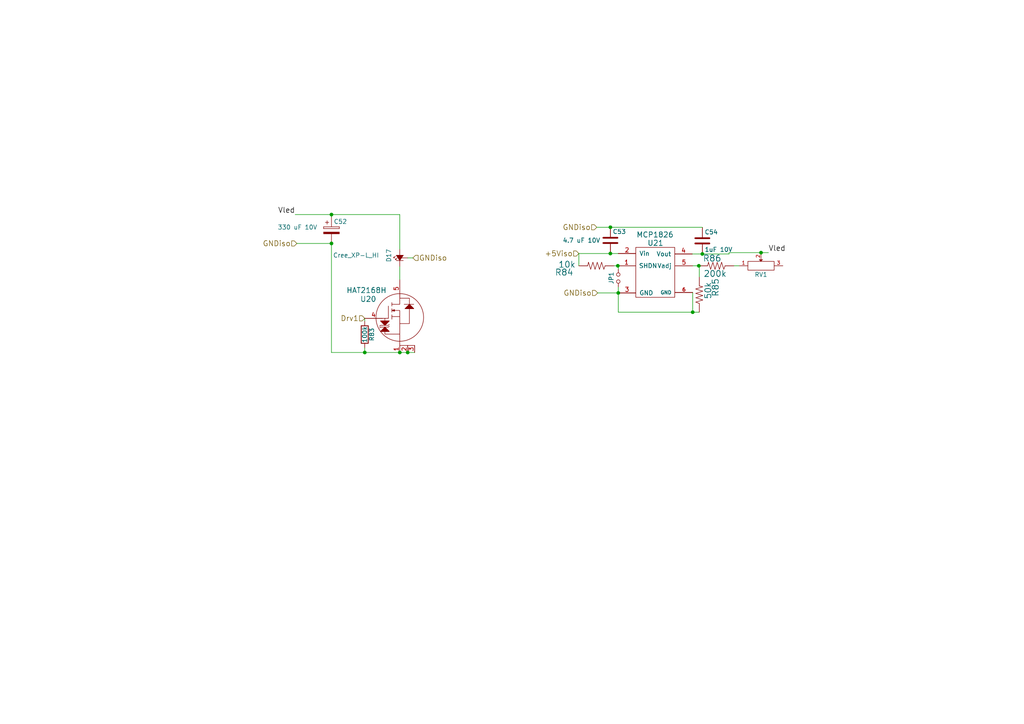
<source format=kicad_sch>
(kicad_sch (version 20230121) (generator eeschema)
  (paper "A4")
  (lib_symbols
    (symbol "SPCInterfaceBoard-v01-rescue:C" (pin_numbers hide) (pin_names (offset 0.254))
      (property "Reference" "C" (at 0.635 2.54 0))
      (property "Value" "C" (at 0.635 -2.54 0))
      (symbol "C_0_1"
        (polyline (pts (xy -2.032 -0.762) (xy 2.032 -0.762)) (stroke (width 0.508)))
        (polyline (pts (xy -2.032 0.762) (xy 2.032 0.762)) (stroke (width 0.508)))
      )
      (symbol "C_1_1"
        (pin passive line (at 0 3.81 270) (length 2.794) (name "~") (number "1"))
        (pin passive line (at 0 -3.81 90) (length 2.794) (name "~") (number "2"))
      )
    )
    (symbol "SPCInterfaceBoard-v01-rescue:CP" (pin_numbers hide) (pin_names (offset 0.254))
      (property "Reference" "C" (at 0.635 2.54 0))
      (property "Value" "CP" (at 0.635 -2.54 0))
      (symbol "CP_0_1"
        (rectangle (start -2.286 0.508) (end -2.286 1.016))
        (rectangle (start -2.286 0.508) (end 2.286 0.508))
        (polyline (pts (xy -1.778 2.286) (xy -0.762 2.286)))
        (polyline (pts (xy -1.27 2.794) (xy -1.27 1.778)))
        (rectangle (start 2.286 -0.508) (end -2.286 -1.016) (fill (type outline)))
        (rectangle (start 2.286 1.016) (end -2.286 1.016))
        (rectangle (start 2.286 1.016) (end 2.286 0.508))
      )
      (symbol "CP_1_1"
        (pin passive line (at 0 3.81 270) (length 2.794) (name "~") (number "1"))
        (pin passive line (at 0 -3.81 90) (length 2.794) (name "~") (number "2"))
      )
    )
    (symbol "SPCInterfaceBoard-v01-rescue:Cree_XP-L_HI" (pin_numbers hide) (pin_names (offset 0.254) hide)
      (property "Reference" "D" (at -1.27 3.175 0))
      (property "Value" "Cree_XP-L_HI" (at -6.604 5.08 0))
      (symbol "Cree_XP-L_HI_0_1"
        (polyline (pts (xy -0.762 -1.016) (xy -0.762 1.016)))
        (polyline (pts (xy 0.762 -1.016) (xy -0.762 0) (xy 0.762 1.016) (xy 0.762 -1.016)) (fill (type outline)))
        (polyline (pts (xy 0 0.762) (xy -0.508 1.27) (xy -0.254 1.27) (xy -0.508 1.27) (xy -0.508 1.016)))
        (polyline (pts (xy 0.508 1.27) (xy 0 1.778) (xy 0.254 1.778) (xy 0 1.778) (xy 0 1.524)))
      )
      (symbol "Cree_XP-L_HI_1_1"
        (pin passive line (at -2.54 0 0) (length 1.778) (name "K") (number "1"))
        (pin passive line (at 2.54 0 180) (length 1.778) (name "A") (number "2"))
        (pin input line (at 0 -2.286 90) (length 2.54) (name "PAD") (number "3"))
      )
    )
    (symbol "SPCInterfaceBoard-v01-rescue:HAT2168H" (pin_names (offset 1.016))
      (property "Reference" "U" (at -25.908 2.032 0))
      (property "Value" "HAT2168H" (at -26.416 4.572 0))
      (symbol "HAT2168H_0_1"
        (circle (center -16.764 -3.302) (radius 6.9088))
        (polyline (pts (xy -21.59 -3.556) (xy -21.844 -3.556)))
        (polyline (pts (xy -21.59 -3.556) (xy -20.066 -3.556)))
        (polyline (pts (xy -21.082 -3.556) (xy -21.082 -4.318)))
        (polyline (pts (xy -20.066 0) (xy -20.066 -3.556)))
        (polyline (pts (xy -19.05 -3.048) (xy -16.764 -3.048)))
        (polyline (pts (xy -19.05 -2.54) (xy -19.05 -3.81)))
        (polyline (pts (xy -19.05 -0.762) (xy -19.05 -1.778)))
        (polyline (pts (xy -19.05 1.016) (xy -19.05 0)))
        (polyline (pts (xy -15.494 0.508) (xy -12.7 0.508)))
        (polyline (pts (xy -21.082 -7.366) (xy -21.082 -8.128) (xy -16.764 -8.128)))
        (polyline (pts (xy -19.05 0.508) (xy -16.764 0.508) (xy -16.764 3.556)))
        (polyline (pts (xy -18.288 -1.27) (xy -16.764 -1.27) (xy -16.764 -10.16)))
        (polyline (pts (xy -16.764 -5.08) (xy -13.97 -5.08) (xy -13.97 -0.762)))
        (polyline (pts (xy -16.764 2.286) (xy -13.97 2.286) (xy -13.97 0.508)))
        (polyline (pts (xy -22.606 -6.35) (xy -22.352 -6.096) (xy -20.066 -6.096) (xy -19.812 -5.842)))
        (polyline (pts (xy -22.606 -5.842) (xy -22.352 -5.588) (xy -20.066 -5.588) (xy -19.812 -5.334)))
        (polyline (pts (xy -21.082 -6.096) (xy -22.352 -7.366) (xy -19.812 -7.366) (xy -21.082 -6.096)) (fill (type outline)))
        (polyline (pts (xy -21.082 -6.096) (xy -22.352 -7.366) (xy -19.812 -7.366) (xy -21.082 -6.096)) (fill (type outline)))
        (polyline (pts (xy -21.082 -5.588) (xy -19.812 -4.318) (xy -22.352 -4.318) (xy -21.082 -5.588)) (fill (type outline)))
        (polyline (pts (xy -21.082 -5.588) (xy -19.812 -4.318) (xy -22.352 -4.318) (xy -21.082 -5.588)) (fill (type outline)))
        (polyline (pts (xy -18.288 -1.016) (xy -19.05 -1.27) (xy -18.288 -1.524) (xy -18.288 -1.016)) (fill (type outline)))
        (polyline (pts (xy -16.764 -10.16) (xy -16.764 -11.43) (xy -14.478 -11.43) (xy -12.446 -11.43)))
        (polyline (pts (xy -13.97 0.508) (xy -15.24 -0.762) (xy -12.7 -0.762) (xy -13.97 0.508)) (fill (type outline)))
        (polyline (pts (xy -13.97 0.508) (xy -15.24 -0.762) (xy -12.7 -0.762) (xy -13.97 0.508)) (fill (type outline)))
      )
      (symbol "HAT2168H_1_1"
        (pin input line (at -16.764 -13.462 90) (length 2.0066) (name "~") (number "1"))
        (pin input line (at -14.478 -13.462 90) (length 2.0066) (name "~") (number "2"))
        (pin input line (at -12.446 -13.462 90) (length 2.0066) (name "~") (number "3"))
        (pin input line (at -26.924 -3.556 0) (length 5.08) (name "~") (number "4"))
        (pin input line (at -16.764 7.62 270) (length 5.08) (name "~") (number "5"))
      )
    )
    (symbol "SPCInterfaceBoard-v01-rescue:Jumper_NO_Small" (pin_numbers hide) (pin_names (offset 0.762) hide)
      (property "Reference" "JP" (at 0 2.032 0))
      (symbol "Jumper_NO_Small_0_1"
        (circle (center -1.016 0) (radius 0.508))
        (circle (center 1.016 0) (radius 0.508))
        (pin passive line (at -2.54 0 0) (length 1.016) (name "1") (number "1"))
        (pin passive line (at 2.54 0 180) (length 1.016) (name "2") (number "2"))
      )
    )
    (symbol "SPCInterfaceBoard-v01-rescue:MCP1826" (pin_names (offset 1.016))
      (property "Reference" "U" (at 0.127 9.652 0))
      (property "Value" "MCP1826" (at 0.127 12.319 0))
      (symbol "MCP1826_0_1"
        (rectangle (start -5.715 7.493) (end 5.588 -6.985))
      )
      (symbol "MCP1826_1_1"
        (pin input line (at -10.922 2.159 0) (length 5.08) (name "SHDN") (number "1"))
        (pin input line (at -10.795 5.715 0) (length 5.08) (name "Vin") (number "2"))
        (pin input line (at -10.795 -5.715 0) (length 5.08) (name "GND") (number "3"))
        (pin input line (at 10.668 5.588 180) (length 5.08) (name "Vout") (number "4"))
        (pin input line (at 10.795 2.159 180) (length 5.08) (name "Vadj") (number "5"))
        (pin passive line (at 10.795 -5.588 180) (length 5.08) (name "GND") (number "6"))
      )
    )
    (symbol "SPCInterfaceBoard-v01-rescue:POT-RESCUE-SPCInterfaceBoard-v01" (pin_names (offset 1.016) hide)
      (property "Reference" "RV" (at 0 -2.54 0))
      (property "Value" "POT-RESCUE-SPCInterfaceBoard-v01" (at 0 0 0))
      (symbol "POT-RESCUE-SPCInterfaceBoard-v01_0_1"
        (rectangle (start -3.81 1.27) (end 3.81 -1.27))
        (polyline (pts (xy 0 1.27) (xy -0.508 1.778) (xy 0.508 1.778)) (fill (type outline)))
      )
      (symbol "POT-RESCUE-SPCInterfaceBoard-v01_1_1"
        (pin passive line (at -6.35 0 0) (length 2.54) (name "1") (number "1"))
        (pin passive line (at 0 3.81 270) (length 2.032) (name "2") (number "2"))
        (pin passive line (at 6.35 0 180) (length 2.54) (name "3") (number "3"))
      )
    )
    (symbol "SPCInterfaceBoard-v01-rescue:R" (pin_numbers hide) (pin_names (offset 0))
      (property "Reference" "R" (at 2.032 0 90))
      (property "Value" "R" (at 0 0 90))
      (symbol "R_0_1"
        (rectangle (start -1.016 -2.54) (end 1.016 2.54) (stroke (width 0.254)))
      )
      (symbol "R_1_1"
        (pin passive line (at 0 3.81 270) (length 1.27) (name "~") (number "1"))
        (pin passive line (at 0 -3.81 90) (length 1.27) (name "~") (number "2"))
      )
    )
    (symbol "SPCInterfaceBoard-v01-rescue:RESISTOR0805-RES_0805" (pin_names (offset 2.54))
      (property "Reference" "R" (at -3.81 1.4986 0))
      (property "Value" "RESISTOR0805-RES_0805" (at -3.81 -3.302 0))
      (symbol "RESISTOR0805-RES_0805_0_0"
        (polyline (pts (xy -2.54 0) (xy -2.159 1.016)) (stroke (width 0.1524)))
        (polyline (pts (xy -2.159 1.016) (xy -1.524 -1.016)) (stroke (width 0.1524)))
        (polyline (pts (xy -1.524 -1.016) (xy -0.889 1.016)) (stroke (width 0.1524)))
        (polyline (pts (xy -0.889 1.016) (xy -0.254 -1.016)) (stroke (width 0.1524)))
        (polyline (pts (xy -0.254 -1.016) (xy 0.381 1.016)) (stroke (width 0.1524)))
        (polyline (pts (xy 0.381 1.016) (xy 1.016 -1.016)) (stroke (width 0.1524)))
        (polyline (pts (xy 1.016 -1.016) (xy 1.651 1.016)) (stroke (width 0.1524)))
        (polyline (pts (xy 1.651 1.016) (xy 2.286 -1.016)) (stroke (width 0.1524)))
        (polyline (pts (xy 2.286 -1.016) (xy 2.54 0)) (stroke (width 0.1524)))
        (pin passive line (at -5.08 0 0) (length 2.54) (name "1") (number "1"))
        (pin passive line (at 5.08 0 180) (length 2.54) (name "2") (number "2"))
      )
    )
  )
  (junction (at 179.197 77.089))
  (junction (at 96.139 70.612))
  (junction (at 220.726 73.279))
  (junction (at 118.237 102.235))
  (junction (at 177.038 73.533))
  (junction (at 105.791 102.235))
  (junction (at 177.038 65.913))
  (junction (at 202.692 77.089))
  (junction (at 96.139 62.23))
  (junction (at 115.951 102.235))
  (junction (at 179.324 84.963))
  (junction (at 200.914 90.551))
  (junction (at 203.708 73.66))
  (wire (pts (xy 177.038 65.913) (xy 203.708 65.913)))
  (wire (pts (xy 173.101 65.913) (xy 177.038 65.913)))
  (wire (pts (xy 211.455 73.66) (xy 211.455 73.279)))
  (wire (pts (xy 86.106 70.612) (xy 96.139 70.612)))
  (wire (pts (xy 200.914 90.551) (xy 202.819 90.551)))
  (wire (pts (xy 96.139 62.23) (xy 115.951 62.23)))
  (wire (pts (xy 200.914 77.089) (xy 202.692 77.089)))
  (wire (pts (xy 167.894 77.089) (xy 167.894 73.533)))
  (wire (pts (xy 179.324 83.185) (xy 179.324 84.963)))
  (wire (pts (xy 179.324 90.551) (xy 200.914 90.551)))
  (wire (pts (xy 202.692 77.089) (xy 202.819 77.089)))
  (wire (pts (xy 96.139 102.235) (xy 105.791 102.235)))
  (wire (pts (xy 167.894 73.533) (xy 177.038 73.533)))
  (wire (pts (xy 200.914 84.836) (xy 200.914 90.551)))
  (wire (pts (xy 115.951 77.343) (xy 115.951 81.153)))
  (wire (pts (xy 203.708 73.66) (xy 211.455 73.66)))
  (wire (pts (xy 96.139 62.23) (xy 96.139 62.992)))
  (wire (pts (xy 179.197 77.089) (xy 179.324 77.089)))
  (wire (pts (xy 105.791 100.838) (xy 105.791 102.235)))
  (wire (pts (xy 177.038 73.533) (xy 179.324 73.533)))
  (wire (pts (xy 115.951 102.235) (xy 118.237 102.235)))
  (wire (pts (xy 179.324 77.089) (xy 179.324 78.105)))
  (wire (pts (xy 105.791 92.329) (xy 105.791 93.218)))
  (wire (pts (xy 96.139 70.612) (xy 96.139 102.235)))
  (wire (pts (xy 179.324 84.963) (xy 173.355 84.963)))
  (wire (pts (xy 178.054 77.089) (xy 179.197 77.089)))
  (wire (pts (xy 179.324 84.963) (xy 179.324 90.551)))
  (wire (pts (xy 118.237 102.235) (xy 120.269 102.235)))
  (wire (pts (xy 115.951 62.23) (xy 115.951 72.263)))
  (wire (pts (xy 202.819 77.089) (xy 202.819 80.391)))
  (wire (pts (xy 220.726 73.279) (xy 222.885 73.279)))
  (wire (pts (xy 105.791 102.235) (xy 115.951 102.235)))
  (wire (pts (xy 214.376 77.089) (xy 212.852 77.089)))
  (wire (pts (xy 85.598 62.23) (xy 96.139 62.23)))
  (wire (pts (xy 211.455 73.279) (xy 220.726 73.279)))
  (wire (pts (xy 118.237 74.803) (xy 119.761 74.803)))
  (wire (pts (xy 203.708 65.913) (xy 203.708 66.04)))
  (wire (pts (xy 200.787 73.66) (xy 203.708 73.66)))
  (label "Vled" (at 222.885 73.279 0) (effects (font (size 1.524 1.524))))
  (label "Vled" (at 85.598 62.23 180) (effects (font (size 1.524 1.524))))
  (hierarchical_label "Drv1" (shape input) (at 105.791 92.329 180) (effects (font (size 1.524 1.524))))
  (hierarchical_label "GNDiso" (shape input) (at 173.101 65.913 180) (effects (font (size 1.524 1.524))))
  (hierarchical_label "GNDiso" (shape input) (at 173.355 84.963 180) (effects (font (size 1.524 1.524))))
  (hierarchical_label "GNDiso" (shape input) (at 119.761 74.803 0) (effects (font (size 1.524 1.524))))
  (hierarchical_label "GNDiso" (shape input) (at 86.106 70.612 180) (effects (font (size 1.524 1.524))))
  (hierarchical_label "+5Viso" (shape input) (at 167.894 73.533 180) (effects (font (size 1.524 1.524))))
  (symbol (lib_id "SPCInterfaceBoard-v01-rescue:Cree_XP-L_HI") (at 115.951 74.803 90) (unit 1)
    (property "Reference" "D17" (at 112.776 76.073 0) (effects (justify left)))
    (property "Value" "Cree_XP-L_HI" (at 109.982 74.041 90) (effects (justify left)))
    (property "Footprint" "SPCInterfaceBoard-SPCPWSSC:Cree_XP-L_HI-vias-4" (effects hide))
  )
  (symbol (lib_id "SPCInterfaceBoard-v01-rescue:HAT2168H") (at 132.715 88.773 0) (unit 1)
    (property "Reference" "U20" (at 106.807 86.741 0) (effects (font (size 1.524 1.524))))
    (property "Value" "HAT2168H" (at 106.299 84.201 0) (effects (font (size 1.524 1.524))))
    (property "Footprint" "SPCInterfaceBoard-SPCPWSSC:SOT-669_LFPAK-vias" (effects hide))
  )
  (symbol (lib_id "SPCInterfaceBoard-v01-rescue:CP") (at 96.139 66.802 0) (unit 1)
    (property "Reference" "C52" (at 96.774 64.262 0) (effects (justify left)))
    (property "Value" "330 uF 10V" (at 80.518 65.913 0) (effects (justify left)))
    (property "Footprint" "Capacitors_Tantalum_SMD:TantalC_SizeD_EIA-7343_Reflow" (effects hide))
    (property "Datasheet" "http://www.digikey.com/product-detail/en/10TPB330M/P16449CT-ND/4204231" (effects hide))
  )
  (symbol (lib_id "SPCInterfaceBoard-v01-rescue:R") (at 105.791 97.028 0) (unit 1)
    (property "Reference" "R83" (at 107.823 97.028 90))
    (property "Value" "100k" (at 105.791 97.028 90))
    (property "Footprint" "SPCInterfaceBoard-SPCPWSSC:r_0603" (effects hide))
    (property "Datasheet" "http://www.digikey.com/product-detail/en/ERJ-3GEYJ104V/P100KGCT-ND/134878" (effects hide))
  )
  (symbol (lib_id "SPCInterfaceBoard-v01-rescue:MCP1826") (at 190.119 79.248 0) (unit 1)
    (property "Reference" "U21" (at 190.119 70.485 0) (effects (font (size 1.524 1.524))))
    (property "Value" "MCP1826" (at 189.992 68.072 0) (effects (font (size 1.524 1.524))))
    (property "Footprint" "w_smd_trans:d-pak-5" (effects hide))
  )
  (symbol (lib_id "SPCInterfaceBoard-v01-rescue:C") (at 177.038 69.723 0) (unit 1)
    (property "Reference" "C53" (at 177.673 67.183 0) (effects (justify left)))
    (property "Value" "4.7 uF 10V" (at 163.195 69.723 0) (effects (justify left)))
    (property "Footprint" "SPCInterfaceBoard-SPCPWSSC:c_0603" (effects hide))
    (property "Datasheet" "http://www.digikey.com/product-detail/en/GRM21BR71A475KA73K/490-6479-1-ND/3845676" (effects hide))
  )
  (symbol (lib_id "SPCInterfaceBoard-v01-rescue:C") (at 203.708 69.85 0) (unit 1)
    (property "Reference" "C54" (at 204.343 67.31 0) (effects (justify left)))
    (property "Value" "1uF 10V" (at 204.343 72.39 0) (effects (justify left)))
    (property "Footprint" "SPCInterfaceBoard-SPCPWSSC:c_0603" (effects hide))
    (property "Datasheet" "http://www.digikey.com/product-detail/en/C1608X7R1A105K080AC/445-5138-1-ND/2093753" (effects hide))
  )
  (symbol (lib_id "SPCInterfaceBoard-v01-rescue:RESISTOR0805-RES_0805") (at 172.974 77.089 180) (unit 1)
    (property "Reference" "R84" (at 166.37 78.994 0) (effects (font (size 1.778 1.778)) (justify left)))
    (property "Value" "10k" (at 167.005 76.708 0) (effects (font (size 1.778 1.778)) (justify left)))
    (property "Footprint" "SPCInterfaceBoard-SPCPWSSC:r_0603" (effects hide))
    (property "Datasheet" "http://www.digikey.com/product-detail/en/ERA-3AEB103V/P10KDBCT-ND/1466076" (effects hide))
  )
  (symbol (lib_id "SPCInterfaceBoard-v01-rescue:Jumper_NO_Small") (at 179.324 80.645 90) (unit 1)
    (property "Reference" "JP1" (at 177.292 80.645 0))
    (property "Value" "Jumper_NO_Small" (effects hide))
    (property "Footprint" "Resistors_SMD:R_0402" (effects hide))
  )
  (symbol (lib_id "SPCInterfaceBoard-v01-rescue:POT-RESCUE-SPCInterfaceBoard-v01") (at 220.726 77.089 0) (unit 1)
    (property "Reference" "RV1" (at 220.726 79.629 0))
    (property "Value" "POT 250k" (effects hide))
    (property "Footprint" "SPCInterfaceBoard-SPCPWSSC:BOURNS3361P" (effects hide))
    (property "Datasheet" "http://www.digikey.com/product-detail/en/3361P-1-254GLF/3361P-1-254GLFCT-ND/1817912" (effects hide))
  )
  (symbol (lib_id "SPCInterfaceBoard-v01-rescue:RESISTOR0805-RES_0805") (at 202.819 85.471 90) (unit 1)
    (property "Reference" "R85" (at 207.518 86.106 0) (effects (font (size 1.778 1.778)) (justify left)))
    (property "Value" "50k" (at 205.359 86.868 0) (effects (font (size 1.778 1.778)) (justify left)))
    (property "Footprint" "SPCInterfaceBoard-SPCPWSSC:r_0603" (effects hide))
    (property "Datasheet" "http://www.digikey.com/product-detail/en/PNM0603E5002BST5/PNM0603-50KBCT-ND/2120388" (effects hide))
  )
  (symbol (lib_id "SPCInterfaceBoard-v01-rescue:RESISTOR0805-RES_0805") (at 207.772 77.089 180) (unit 1)
    (property "Reference" "R86" (at 209.296 74.93 0) (effects (font (size 1.778 1.778)) (justify left)))
    (property "Value" "200k" (at 210.82 79.375 0) (effects (font (size 1.778 1.778)) (justify left)))
    (property "Footprint" "SPCInterfaceBoard-SPCPWSSC:r_0603" (effects hide))
    (property "Datasheet" "http://www.digikey.com/product-detail/en/ERA-3AEB204V/P200KDBCT-ND/1466107" (effects hide))
  )
)
</source>
